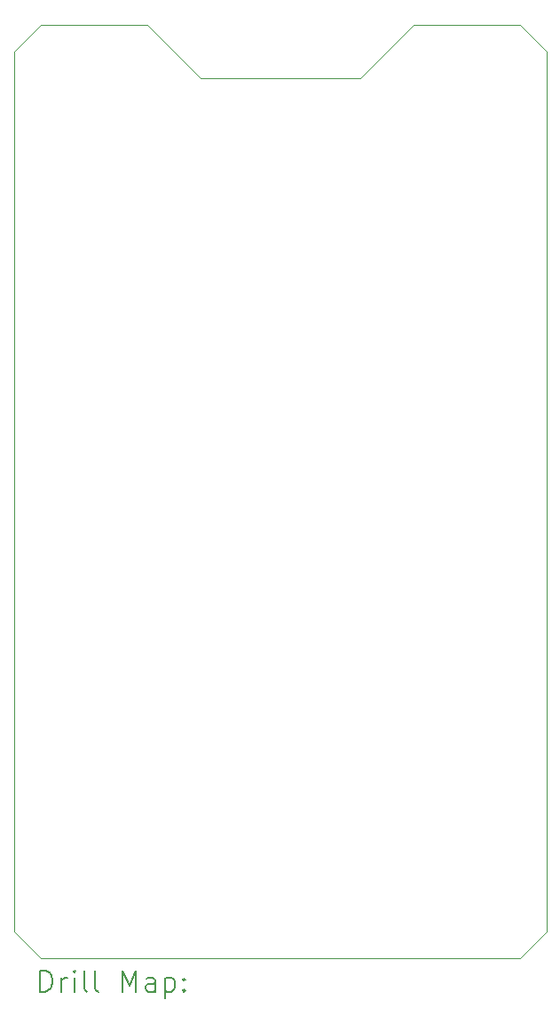
<source format=gbr>
%TF.GenerationSoftware,KiCad,Pcbnew,(6.0.7)*%
%TF.CreationDate,2022-11-06T18:43:46-05:00*%
%TF.ProjectId,MDR_Breakout_Board,4d44525f-4272-4656-916b-6f75745f426f,rev?*%
%TF.SameCoordinates,Original*%
%TF.FileFunction,Drillmap*%
%TF.FilePolarity,Positive*%
%FSLAX45Y45*%
G04 Gerber Fmt 4.5, Leading zero omitted, Abs format (unit mm)*
G04 Created by KiCad (PCBNEW (6.0.7)) date 2022-11-06 18:43:46*
%MOMM*%
%LPD*%
G01*
G04 APERTURE LIST*
%ADD10C,0.100000*%
%ADD11C,0.200000*%
G04 APERTURE END LIST*
D10*
X14224000Y-14732000D02*
X13970000Y-14732000D01*
X13716000Y-14224000D02*
X13716000Y-6350000D01*
X18542000Y-14732000D02*
X18796000Y-14478000D01*
X14224000Y-14732000D02*
X18288000Y-14732000D01*
X13716000Y-6350000D02*
X13716000Y-6096000D01*
X18796000Y-6350000D02*
X18796000Y-6096000D01*
X13970000Y-14732000D02*
X13716000Y-14478000D01*
X14224000Y-5842000D02*
X14986000Y-5842000D01*
X17018000Y-6350000D02*
X17526000Y-5842000D01*
X18796000Y-6350000D02*
X18796000Y-14224000D01*
X15494000Y-6350000D02*
X14986000Y-5842000D01*
X17526000Y-5842000D02*
X18288000Y-5842000D01*
X18542000Y-5842000D02*
X18288000Y-5842000D01*
X18288000Y-14732000D02*
X18542000Y-14732000D01*
X18796000Y-6096000D02*
X18542000Y-5842000D01*
X18796000Y-14478000D02*
X18796000Y-14224000D01*
X13716000Y-6096000D02*
X13970000Y-5842000D01*
X13970000Y-5842000D02*
X14224000Y-5842000D01*
X13716000Y-14478000D02*
X13716000Y-14224000D01*
X15494000Y-6350000D02*
X17018000Y-6350000D01*
D11*
X13968619Y-15047476D02*
X13968619Y-14847476D01*
X14016238Y-14847476D01*
X14044809Y-14857000D01*
X14063857Y-14876048D01*
X14073381Y-14895095D01*
X14082905Y-14933190D01*
X14082905Y-14961762D01*
X14073381Y-14999857D01*
X14063857Y-15018905D01*
X14044809Y-15037952D01*
X14016238Y-15047476D01*
X13968619Y-15047476D01*
X14168619Y-15047476D02*
X14168619Y-14914143D01*
X14168619Y-14952238D02*
X14178143Y-14933190D01*
X14187667Y-14923667D01*
X14206714Y-14914143D01*
X14225762Y-14914143D01*
X14292428Y-15047476D02*
X14292428Y-14914143D01*
X14292428Y-14847476D02*
X14282905Y-14857000D01*
X14292428Y-14866524D01*
X14301952Y-14857000D01*
X14292428Y-14847476D01*
X14292428Y-14866524D01*
X14416238Y-15047476D02*
X14397190Y-15037952D01*
X14387667Y-15018905D01*
X14387667Y-14847476D01*
X14521000Y-15047476D02*
X14501952Y-15037952D01*
X14492428Y-15018905D01*
X14492428Y-14847476D01*
X14749571Y-15047476D02*
X14749571Y-14847476D01*
X14816238Y-14990333D01*
X14882905Y-14847476D01*
X14882905Y-15047476D01*
X15063857Y-15047476D02*
X15063857Y-14942714D01*
X15054333Y-14923667D01*
X15035286Y-14914143D01*
X14997190Y-14914143D01*
X14978143Y-14923667D01*
X15063857Y-15037952D02*
X15044809Y-15047476D01*
X14997190Y-15047476D01*
X14978143Y-15037952D01*
X14968619Y-15018905D01*
X14968619Y-14999857D01*
X14978143Y-14980809D01*
X14997190Y-14971286D01*
X15044809Y-14971286D01*
X15063857Y-14961762D01*
X15159095Y-14914143D02*
X15159095Y-15114143D01*
X15159095Y-14923667D02*
X15178143Y-14914143D01*
X15216238Y-14914143D01*
X15235286Y-14923667D01*
X15244809Y-14933190D01*
X15254333Y-14952238D01*
X15254333Y-15009381D01*
X15244809Y-15028428D01*
X15235286Y-15037952D01*
X15216238Y-15047476D01*
X15178143Y-15047476D01*
X15159095Y-15037952D01*
X15340048Y-15028428D02*
X15349571Y-15037952D01*
X15340048Y-15047476D01*
X15330524Y-15037952D01*
X15340048Y-15028428D01*
X15340048Y-15047476D01*
X15340048Y-14923667D02*
X15349571Y-14933190D01*
X15340048Y-14942714D01*
X15330524Y-14933190D01*
X15340048Y-14923667D01*
X15340048Y-14942714D01*
M02*

</source>
